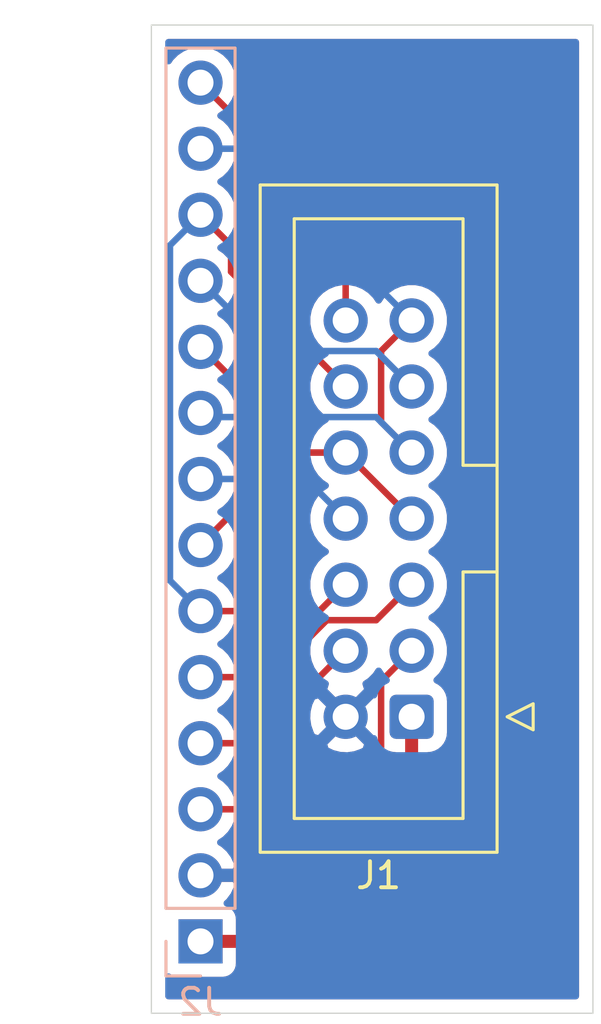
<source format=kicad_pcb>
(kicad_pcb (version 20171130) (host pcbnew "(5.1.8-0-10_14)")

  (general
    (thickness 1.6)
    (drawings 4)
    (tracks 41)
    (zones 0)
    (modules 2)
    (nets 12)
  )

  (page A4)
  (layers
    (0 F.Cu signal)
    (31 B.Cu signal)
    (32 B.Adhes user)
    (33 F.Adhes user)
    (34 B.Paste user)
    (35 F.Paste user)
    (36 B.SilkS user)
    (37 F.SilkS user)
    (38 B.Mask user)
    (39 F.Mask user)
    (40 Dwgs.User user)
    (41 Cmts.User user)
    (42 Eco1.User user)
    (43 Eco2.User user)
    (44 Edge.Cuts user)
    (45 Margin user)
    (46 B.CrtYd user)
    (47 F.CrtYd user)
    (48 B.Fab user)
    (49 F.Fab user)
  )

  (setup
    (last_trace_width 0.25)
    (trace_clearance 0.2)
    (zone_clearance 0.508)
    (zone_45_only no)
    (trace_min 0.2)
    (via_size 0.8)
    (via_drill 0.4)
    (via_min_size 0.4)
    (via_min_drill 0.3)
    (uvia_size 0.3)
    (uvia_drill 0.1)
    (uvias_allowed no)
    (uvia_min_size 0.2)
    (uvia_min_drill 0.1)
    (edge_width 0.05)
    (segment_width 0.2)
    (pcb_text_width 0.3)
    (pcb_text_size 1.5 1.5)
    (mod_edge_width 0.12)
    (mod_text_size 1 1)
    (mod_text_width 0.15)
    (pad_size 1.524 1.524)
    (pad_drill 0.762)
    (pad_to_mask_clearance 0)
    (aux_axis_origin 0 0)
    (visible_elements FFFDFF7F)
    (pcbplotparams
      (layerselection 0x010fc_ffffffff)
      (usegerberextensions false)
      (usegerberattributes true)
      (usegerberadvancedattributes true)
      (creategerberjobfile true)
      (excludeedgelayer true)
      (linewidth 0.100000)
      (plotframeref false)
      (viasonmask false)
      (mode 1)
      (useauxorigin false)
      (hpglpennumber 1)
      (hpglpenspeed 20)
      (hpglpendiameter 15.000000)
      (psnegative false)
      (psa4output false)
      (plotreference true)
      (plotvalue true)
      (plotinvisibletext false)
      (padsonsilk false)
      (subtractmaskfromsilk false)
      (outputformat 1)
      (mirror false)
      (drillshape 1)
      (scaleselection 1)
      (outputdirectory ""))
  )

  (net 0 "")
  (net 1 +5V)
  (net 2 /TFT_CS)
  (net 3 /TFT_DC)
  (net 4 /SCLK)
  (net 5 /MISO)
  (net 6 /TCH_CS)
  (net 7 GND)
  (net 8 /TFT_RST)
  (net 9 /MOSI)
  (net 10 /TFT_LED)
  (net 11 /TCH_IRQ)

  (net_class Default "This is the default net class."
    (clearance 0.2)
    (trace_width 0.25)
    (via_dia 0.8)
    (via_drill 0.4)
    (uvia_dia 0.3)
    (uvia_drill 0.1)
    (add_net /MISO)
    (add_net /MOSI)
    (add_net /SCLK)
    (add_net /TCH_CS)
    (add_net /TCH_IRQ)
    (add_net /TFT_CS)
    (add_net /TFT_DC)
    (add_net /TFT_LED)
    (add_net /TFT_RST)
  )

  (net_class Power ""
    (clearance 0.2)
    (trace_width 0.5)
    (via_dia 0.8)
    (via_drill 0.4)
    (uvia_dia 0.3)
    (uvia_drill 0.1)
    (add_net +5V)
    (add_net GND)
  )

  (module Connector_IDC:IDC-Header_2x07_P2.54mm_Vertical (layer F.Cu) (tedit 5EAC9A07) (tstamp 5FCC5CB9)
    (at 160.02 101.6 180)
    (descr "Through hole IDC box header, 2x07, 2.54mm pitch, DIN 41651 / IEC 60603-13, double rows, https://docs.google.com/spreadsheets/d/16SsEcesNF15N3Lb4niX7dcUr-NY5_MFPQhobNuNppn4/edit#gid=0")
    (tags "Through hole vertical IDC box header THT 2x07 2.54mm double row")
    (path /5FCC37ED)
    (fp_text reference J1 (at 1.27 -6.1) (layer F.SilkS)
      (effects (font (size 1 1) (thickness 0.15)))
    )
    (fp_text value Conn_02x07_Odd_Even (at 1.27 21.34) (layer F.Fab)
      (effects (font (size 1 1) (thickness 0.15)))
    )
    (fp_line (start 6.22 -5.6) (end -3.68 -5.6) (layer F.CrtYd) (width 0.05))
    (fp_line (start 6.22 20.84) (end 6.22 -5.6) (layer F.CrtYd) (width 0.05))
    (fp_line (start -3.68 20.84) (end 6.22 20.84) (layer F.CrtYd) (width 0.05))
    (fp_line (start -3.68 -5.6) (end -3.68 20.84) (layer F.CrtYd) (width 0.05))
    (fp_line (start -4.68 0.5) (end -3.68 0) (layer F.SilkS) (width 0.12))
    (fp_line (start -4.68 -0.5) (end -4.68 0.5) (layer F.SilkS) (width 0.12))
    (fp_line (start -3.68 0) (end -4.68 -0.5) (layer F.SilkS) (width 0.12))
    (fp_line (start -1.98 9.67) (end -3.29 9.67) (layer F.SilkS) (width 0.12))
    (fp_line (start -1.98 9.67) (end -1.98 9.67) (layer F.SilkS) (width 0.12))
    (fp_line (start -1.98 19.15) (end -1.98 9.67) (layer F.SilkS) (width 0.12))
    (fp_line (start 4.52 19.15) (end -1.98 19.15) (layer F.SilkS) (width 0.12))
    (fp_line (start 4.52 -3.91) (end 4.52 19.15) (layer F.SilkS) (width 0.12))
    (fp_line (start -1.98 -3.91) (end 4.52 -3.91) (layer F.SilkS) (width 0.12))
    (fp_line (start -1.98 5.57) (end -1.98 -3.91) (layer F.SilkS) (width 0.12))
    (fp_line (start -3.29 5.57) (end -1.98 5.57) (layer F.SilkS) (width 0.12))
    (fp_line (start -3.29 20.45) (end -3.29 -5.21) (layer F.SilkS) (width 0.12))
    (fp_line (start 5.83 20.45) (end -3.29 20.45) (layer F.SilkS) (width 0.12))
    (fp_line (start 5.83 -5.21) (end 5.83 20.45) (layer F.SilkS) (width 0.12))
    (fp_line (start -3.29 -5.21) (end 5.83 -5.21) (layer F.SilkS) (width 0.12))
    (fp_line (start -1.98 9.67) (end -3.18 9.67) (layer F.Fab) (width 0.1))
    (fp_line (start -1.98 9.67) (end -1.98 9.67) (layer F.Fab) (width 0.1))
    (fp_line (start -1.98 19.15) (end -1.98 9.67) (layer F.Fab) (width 0.1))
    (fp_line (start 4.52 19.15) (end -1.98 19.15) (layer F.Fab) (width 0.1))
    (fp_line (start 4.52 -3.91) (end 4.52 19.15) (layer F.Fab) (width 0.1))
    (fp_line (start -1.98 -3.91) (end 4.52 -3.91) (layer F.Fab) (width 0.1))
    (fp_line (start -1.98 5.57) (end -1.98 -3.91) (layer F.Fab) (width 0.1))
    (fp_line (start -3.18 5.57) (end -1.98 5.57) (layer F.Fab) (width 0.1))
    (fp_line (start -3.18 20.34) (end -3.18 -4.1) (layer F.Fab) (width 0.1))
    (fp_line (start 5.72 20.34) (end -3.18 20.34) (layer F.Fab) (width 0.1))
    (fp_line (start 5.72 -5.1) (end 5.72 20.34) (layer F.Fab) (width 0.1))
    (fp_line (start -2.18 -5.1) (end 5.72 -5.1) (layer F.Fab) (width 0.1))
    (fp_line (start -3.18 -4.1) (end -2.18 -5.1) (layer F.Fab) (width 0.1))
    (fp_text user %R (at 1.27 7.62 270) (layer F.Fab)
      (effects (font (size 1 1) (thickness 0.15)))
    )
    (pad 1 thru_hole roundrect (at 0 0 180) (size 1.7 1.7) (drill 1) (layers *.Cu *.Mask) (roundrect_rratio 0.147059)
      (net 1 +5V))
    (pad 3 thru_hole circle (at 0 2.54 180) (size 1.7 1.7) (drill 1) (layers *.Cu *.Mask)
      (net 2 /TFT_CS))
    (pad 5 thru_hole circle (at 0 5.08 180) (size 1.7 1.7) (drill 1) (layers *.Cu *.Mask)
      (net 3 /TFT_DC))
    (pad 7 thru_hole circle (at 0 7.62 180) (size 1.7 1.7) (drill 1) (layers *.Cu *.Mask)
      (net 4 /SCLK))
    (pad 9 thru_hole circle (at 0 10.16 180) (size 1.7 1.7) (drill 1) (layers *.Cu *.Mask)
      (net 5 /MISO))
    (pad 11 thru_hole circle (at 0 12.7 180) (size 1.7 1.7) (drill 1) (layers *.Cu *.Mask)
      (net 6 /TCH_CS))
    (pad 13 thru_hole circle (at 0 15.24 180) (size 1.7 1.7) (drill 1) (layers *.Cu *.Mask)
      (net 5 /MISO))
    (pad 2 thru_hole circle (at 2.54 0 180) (size 1.7 1.7) (drill 1) (layers *.Cu *.Mask)
      (net 7 GND))
    (pad 4 thru_hole circle (at 2.54 2.54 180) (size 1.7 1.7) (drill 1) (layers *.Cu *.Mask)
      (net 8 /TFT_RST))
    (pad 6 thru_hole circle (at 2.54 5.08 180) (size 1.7 1.7) (drill 1) (layers *.Cu *.Mask)
      (net 9 /MOSI))
    (pad 8 thru_hole circle (at 2.54 7.62 180) (size 1.7 1.7) (drill 1) (layers *.Cu *.Mask)
      (net 10 /TFT_LED))
    (pad 10 thru_hole circle (at 2.54 10.16 180) (size 1.7 1.7) (drill 1) (layers *.Cu *.Mask)
      (net 4 /SCLK))
    (pad 12 thru_hole circle (at 2.54 12.7 180) (size 1.7 1.7) (drill 1) (layers *.Cu *.Mask)
      (net 9 /MOSI))
    (pad 14 thru_hole circle (at 2.54 15.24 180) (size 1.7 1.7) (drill 1) (layers *.Cu *.Mask)
      (net 11 /TCH_IRQ))
    (model ${KISYS3DMOD}/Connector_IDC.3dshapes/IDC-Header_2x07_P2.54mm_Vertical.wrl
      (at (xyz 0 0 0))
      (scale (xyz 1 1 1))
      (rotate (xyz 0 0 0))
    )
  )

  (module Connector_PinHeader_2.54mm:PinHeader_1x14_P2.54mm_Vertical (layer B.Cu) (tedit 59FED5CC) (tstamp 5FCC5CDB)
    (at 151.892 110.236)
    (descr "Through hole straight pin header, 1x14, 2.54mm pitch, single row")
    (tags "Through hole pin header THT 1x14 2.54mm single row")
    (path /5FCC0130)
    (fp_text reference J2 (at 0 2.33) (layer B.SilkS)
      (effects (font (size 1 1) (thickness 0.15)) (justify mirror))
    )
    (fp_text value Conn_01x14_Female (at 0 -35.35) (layer B.Fab)
      (effects (font (size 1 1) (thickness 0.15)) (justify mirror))
    )
    (fp_line (start 1.8 1.8) (end -1.8 1.8) (layer B.CrtYd) (width 0.05))
    (fp_line (start 1.8 -34.8) (end 1.8 1.8) (layer B.CrtYd) (width 0.05))
    (fp_line (start -1.8 -34.8) (end 1.8 -34.8) (layer B.CrtYd) (width 0.05))
    (fp_line (start -1.8 1.8) (end -1.8 -34.8) (layer B.CrtYd) (width 0.05))
    (fp_line (start -1.33 1.33) (end 0 1.33) (layer B.SilkS) (width 0.12))
    (fp_line (start -1.33 0) (end -1.33 1.33) (layer B.SilkS) (width 0.12))
    (fp_line (start -1.33 -1.27) (end 1.33 -1.27) (layer B.SilkS) (width 0.12))
    (fp_line (start 1.33 -1.27) (end 1.33 -34.35) (layer B.SilkS) (width 0.12))
    (fp_line (start -1.33 -1.27) (end -1.33 -34.35) (layer B.SilkS) (width 0.12))
    (fp_line (start -1.33 -34.35) (end 1.33 -34.35) (layer B.SilkS) (width 0.12))
    (fp_line (start -1.27 0.635) (end -0.635 1.27) (layer B.Fab) (width 0.1))
    (fp_line (start -1.27 -34.29) (end -1.27 0.635) (layer B.Fab) (width 0.1))
    (fp_line (start 1.27 -34.29) (end -1.27 -34.29) (layer B.Fab) (width 0.1))
    (fp_line (start 1.27 1.27) (end 1.27 -34.29) (layer B.Fab) (width 0.1))
    (fp_line (start -0.635 1.27) (end 1.27 1.27) (layer B.Fab) (width 0.1))
    (fp_text user %R (at 0 -16.51 -90) (layer B.Fab)
      (effects (font (size 1 1) (thickness 0.15)) (justify mirror))
    )
    (pad 1 thru_hole rect (at 0 0) (size 1.7 1.7) (drill 1) (layers *.Cu *.Mask)
      (net 1 +5V))
    (pad 2 thru_hole oval (at 0 -2.54) (size 1.7 1.7) (drill 1) (layers *.Cu *.Mask)
      (net 7 GND))
    (pad 3 thru_hole oval (at 0 -5.08) (size 1.7 1.7) (drill 1) (layers *.Cu *.Mask)
      (net 2 /TFT_CS))
    (pad 4 thru_hole oval (at 0 -7.62) (size 1.7 1.7) (drill 1) (layers *.Cu *.Mask)
      (net 8 /TFT_RST))
    (pad 5 thru_hole oval (at 0 -10.16) (size 1.7 1.7) (drill 1) (layers *.Cu *.Mask)
      (net 3 /TFT_DC))
    (pad 6 thru_hole oval (at 0 -12.7) (size 1.7 1.7) (drill 1) (layers *.Cu *.Mask)
      (net 9 /MOSI))
    (pad 7 thru_hole oval (at 0 -15.24) (size 1.7 1.7) (drill 1) (layers *.Cu *.Mask)
      (net 4 /SCLK))
    (pad 8 thru_hole oval (at 0 -17.78) (size 1.7 1.7) (drill 1) (layers *.Cu *.Mask)
      (net 10 /TFT_LED))
    (pad 9 thru_hole oval (at 0 -20.32) (size 1.7 1.7) (drill 1) (layers *.Cu *.Mask)
      (net 5 /MISO))
    (pad 10 thru_hole oval (at 0 -22.86) (size 1.7 1.7) (drill 1) (layers *.Cu *.Mask)
      (net 4 /SCLK))
    (pad 11 thru_hole oval (at 0 -25.4) (size 1.7 1.7) (drill 1) (layers *.Cu *.Mask)
      (net 6 /TCH_CS))
    (pad 12 thru_hole oval (at 0 -27.94) (size 1.7 1.7) (drill 1) (layers *.Cu *.Mask)
      (net 9 /MOSI))
    (pad 13 thru_hole oval (at 0 -30.48) (size 1.7 1.7) (drill 1) (layers *.Cu *.Mask)
      (net 5 /MISO))
    (pad 14 thru_hole oval (at 0 -33.02) (size 1.7 1.7) (drill 1) (layers *.Cu *.Mask)
      (net 11 /TCH_IRQ))
    (model ${KISYS3DMOD}/Connector_PinSocket_2.54mm.3dshapes/PinSocket_1x14_P2.54mm_Vertical.step
      (at (xyz 0 0 0))
      (scale (xyz 1 1 1))
      (rotate (xyz 0 0 0))
    )
  )

  (gr_line (start 150 113) (end 150 75) (layer Edge.Cuts) (width 0.05) (tstamp 5FCC6166))
  (gr_line (start 167 113) (end 150 113) (layer Edge.Cuts) (width 0.05))
  (gr_line (start 167 75) (end 167 113) (layer Edge.Cuts) (width 0.05))
  (gr_line (start 150 75) (end 167 75) (layer Edge.Cuts) (width 0.05))

  (segment (start 151.892 110.236) (end 156.764 110.236) (width 0.5) (layer F.Cu) (net 1))
  (segment (start 160.02 106.98) (end 160.02 101.6) (width 0.5) (layer F.Cu) (net 1))
  (segment (start 156.764 110.236) (end 160.02 106.98) (width 0.5) (layer F.Cu) (net 1))
  (segment (start 151.892 105.156) (end 156.844 105.156) (width 0.25) (layer F.Cu) (net 2))
  (segment (start 158.84499 100.23501) (end 160.02 99.06) (width 0.25) (layer F.Cu) (net 2))
  (segment (start 158.84499 103.15501) (end 158.84499 100.23501) (width 0.25) (layer F.Cu) (net 2))
  (segment (start 156.844 105.156) (end 158.84499 103.15501) (width 0.25) (layer F.Cu) (net 2))
  (segment (start 154.560411 100.076) (end 156.751412 97.884999) (width 0.25) (layer F.Cu) (net 3))
  (segment (start 151.892 100.076) (end 154.560411 100.076) (width 0.25) (layer F.Cu) (net 3))
  (segment (start 156.751412 97.884999) (end 158.655001 97.884999) (width 0.25) (layer F.Cu) (net 3))
  (segment (start 158.655001 97.884999) (end 160.02 96.52) (width 0.25) (layer F.Cu) (net 3))
  (segment (start 160.02 93.98) (end 157.48 91.44) (width 0.25) (layer F.Cu) (net 4))
  (segment (start 155.956 91.44) (end 151.892 87.376) (width 0.25) (layer F.Cu) (net 4))
  (segment (start 157.48 91.44) (end 155.956 91.44) (width 0.25) (layer F.Cu) (net 4))
  (segment (start 155.448 91.44) (end 151.892 94.996) (width 0.25) (layer F.Cu) (net 4))
  (segment (start 157.48 91.44) (end 155.448 91.44) (width 0.25) (layer F.Cu) (net 4))
  (segment (start 158.844999 90.264999) (end 160.02 91.44) (width 0.25) (layer F.Cu) (net 5))
  (segment (start 158.844999 87.535001) (end 158.844999 90.264999) (width 0.25) (layer F.Cu) (net 5))
  (segment (start 160.02 86.36) (end 158.844999 87.535001) (width 0.25) (layer F.Cu) (net 5))
  (segment (start 152.051001 90.075001) (end 158.655001 90.075001) (width 0.25) (layer B.Cu) (net 5))
  (segment (start 158.655001 90.075001) (end 160.02 91.44) (width 0.25) (layer B.Cu) (net 5))
  (segment (start 151.892 89.916) (end 152.051001 90.075001) (width 0.25) (layer B.Cu) (net 5))
  (segment (start 153.416 79.756) (end 160.02 86.36) (width 0.25) (layer B.Cu) (net 5))
  (segment (start 151.892 79.756) (end 153.416 79.756) (width 0.25) (layer B.Cu) (net 5))
  (segment (start 158.655001 87.535001) (end 160.02 88.9) (width 0.25) (layer B.Cu) (net 6))
  (segment (start 154.591001 87.535001) (end 158.655001 87.535001) (width 0.25) (layer B.Cu) (net 6))
  (segment (start 151.892 84.836) (end 154.591001 87.535001) (width 0.25) (layer B.Cu) (net 6))
  (segment (start 153.924 102.616) (end 157.48 99.06) (width 0.25) (layer F.Cu) (net 8))
  (segment (start 151.892 102.616) (end 153.924 102.616) (width 0.25) (layer F.Cu) (net 8))
  (segment (start 151.892 97.536) (end 156.464 97.536) (width 0.25) (layer F.Cu) (net 9))
  (segment (start 156.464 97.536) (end 157.48 96.52) (width 0.25) (layer F.Cu) (net 9))
  (segment (start 153.067001 84.487001) (end 157.48 88.9) (width 0.25) (layer F.Cu) (net 9))
  (segment (start 153.067001 83.471001) (end 153.067001 84.487001) (width 0.25) (layer F.Cu) (net 9))
  (segment (start 151.892 82.296) (end 153.067001 83.471001) (width 0.25) (layer F.Cu) (net 9))
  (segment (start 150.716999 96.360999) (end 150.716999 83.471001) (width 0.25) (layer B.Cu) (net 9))
  (segment (start 150.716999 83.471001) (end 151.892 82.296) (width 0.25) (layer B.Cu) (net 9))
  (segment (start 151.892 97.536) (end 150.716999 96.360999) (width 0.25) (layer B.Cu) (net 9))
  (segment (start 155.956 92.456) (end 157.48 93.98) (width 0.25) (layer B.Cu) (net 10))
  (segment (start 151.892 92.456) (end 155.956 92.456) (width 0.25) (layer B.Cu) (net 10))
  (segment (start 157.48 82.804) (end 157.48 86.36) (width 0.25) (layer F.Cu) (net 11))
  (segment (start 151.892 77.216) (end 157.48 82.804) (width 0.25) (layer F.Cu) (net 11))

  (zone (net 7) (net_name GND) (layer F.Cu) (tstamp 0) (hatch edge 0.508)
    (connect_pads (clearance 0.508))
    (min_thickness 0.254)
    (fill yes (arc_segments 32) (thermal_gap 0.508) (thermal_bridge_width 0.508))
    (polygon
      (pts
        (xy 167 113) (xy 150 113) (xy 150 75) (xy 167 75)
      )
    )
    (filled_polygon
      (pts
        (xy 166.340001 112.34) (xy 150.66 112.34) (xy 150.66 111.593963) (xy 150.687506 111.616537) (xy 150.79782 111.675502)
        (xy 150.917518 111.711812) (xy 151.042 111.724072) (xy 152.742 111.724072) (xy 152.866482 111.711812) (xy 152.98618 111.675502)
        (xy 153.096494 111.616537) (xy 153.193185 111.537185) (xy 153.272537 111.440494) (xy 153.331502 111.33018) (xy 153.367812 111.210482)
        (xy 153.380072 111.086) (xy 153.380072 109.386) (xy 153.367812 109.261518) (xy 153.331502 109.14182) (xy 153.272537 109.031506)
        (xy 153.193185 108.934815) (xy 153.096494 108.855463) (xy 152.98618 108.796498) (xy 152.905534 108.772034) (xy 152.989588 108.696269)
        (xy 153.163641 108.46292) (xy 153.288825 108.200099) (xy 153.333476 108.05289) (xy 153.212155 107.823) (xy 152.019 107.823)
        (xy 152.019 107.843) (xy 151.765 107.843) (xy 151.765 107.823) (xy 151.745 107.823) (xy 151.745 107.569)
        (xy 151.765 107.569) (xy 151.765 107.549) (xy 152.019 107.549) (xy 152.019 107.569) (xy 153.212155 107.569)
        (xy 153.333476 107.33911) (xy 153.288825 107.191901) (xy 153.163641 106.92908) (xy 152.989588 106.695731) (xy 152.773355 106.500822)
        (xy 152.656466 106.431195) (xy 152.838632 106.309475) (xy 153.045475 106.102632) (xy 153.20799 105.859411) (xy 153.319932 105.589158)
        (xy 153.377 105.30226) (xy 153.377 105.00974) (xy 153.319932 104.722842) (xy 153.20799 104.452589) (xy 153.045475 104.209368)
        (xy 152.838632 104.002525) (xy 152.66424 103.886) (xy 152.838632 103.769475) (xy 153.045475 103.562632) (xy 153.20799 103.319411)
        (xy 153.319932 103.049158) (xy 153.377 102.76226) (xy 153.377 102.628397) (xy 156.631208 102.628397) (xy 156.708843 102.877472)
        (xy 156.972883 103.003371) (xy 157.256411 103.075339) (xy 157.548531 103.090611) (xy 157.838019 103.048599) (xy 158.113747 102.950919)
        (xy 158.251157 102.877472) (xy 158.328792 102.628397) (xy 157.48 101.779605) (xy 156.631208 102.628397) (xy 153.377 102.628397)
        (xy 153.377 102.46974) (xy 153.319932 102.182842) (xy 153.20799 101.912589) (xy 153.045475 101.669368) (xy 153.044638 101.668531)
        (xy 155.989389 101.668531) (xy 156.031401 101.958019) (xy 156.129081 102.233747) (xy 156.202528 102.371157) (xy 156.451603 102.448792)
        (xy 157.300395 101.6) (xy 156.451603 100.751208) (xy 156.202528 100.828843) (xy 156.076629 101.092883) (xy 156.004661 101.376411)
        (xy 155.989389 101.668531) (xy 153.044638 101.668531) (xy 152.838632 101.462525) (xy 152.66424 101.346) (xy 152.838632 101.229475)
        (xy 153.045475 101.022632) (xy 153.20799 100.779411) (xy 153.319932 100.509158) (xy 153.377 100.22226) (xy 153.377 99.92974)
        (xy 153.319932 99.642842) (xy 153.20799 99.372589) (xy 153.045475 99.129368) (xy 152.838632 98.922525) (xy 152.66424 98.806)
        (xy 152.838632 98.689475) (xy 153.045475 98.482632) (xy 153.20799 98.239411) (xy 153.319932 97.969158) (xy 153.377 97.68226)
        (xy 153.377 97.38974) (xy 153.319932 97.102842) (xy 153.20799 96.832589) (xy 153.045475 96.589368) (xy 152.838632 96.382525)
        (xy 152.66424 96.266) (xy 152.838632 96.149475) (xy 153.045475 95.942632) (xy 153.20799 95.699411) (xy 153.319932 95.429158)
        (xy 153.377 95.14226) (xy 153.377 94.84974) (xy 153.319932 94.562842) (xy 153.20799 94.292589) (xy 153.045475 94.049368)
        (xy 152.838632 93.842525) (xy 152.66424 93.726) (xy 152.838632 93.609475) (xy 153.045475 93.402632) (xy 153.20799 93.159411)
        (xy 153.319932 92.889158) (xy 153.377 92.60226) (xy 153.377 92.30974) (xy 153.319932 92.022842) (xy 153.20799 91.752589)
        (xy 153.045475 91.509368) (xy 152.838632 91.302525) (xy 152.66424 91.186) (xy 152.838632 91.069475) (xy 153.045475 90.862632)
        (xy 153.20799 90.619411) (xy 153.319932 90.349158) (xy 153.377 90.06226) (xy 153.377 89.76974) (xy 153.319932 89.482842)
        (xy 153.20799 89.212589) (xy 153.045475 88.969368) (xy 152.838632 88.762525) (xy 152.66424 88.646) (xy 152.838632 88.529475)
        (xy 153.045475 88.322632) (xy 153.20799 88.079411) (xy 153.319932 87.809158) (xy 153.377 87.52226) (xy 153.377 87.22974)
        (xy 153.319932 86.942842) (xy 153.20799 86.672589) (xy 153.045475 86.429368) (xy 152.838632 86.222525) (xy 152.825485 86.21374)
        (xy 155.995 86.21374) (xy 155.995 86.50626) (xy 156.052068 86.793158) (xy 156.16401 87.063411) (xy 156.326525 87.306632)
        (xy 156.533368 87.513475) (xy 156.70776 87.63) (xy 156.533368 87.746525) (xy 156.326525 87.953368) (xy 156.16401 88.196589)
        (xy 156.052068 88.466842) (xy 155.995 88.75374) (xy 155.995 89.04626) (xy 156.052068 89.333158) (xy 156.16401 89.603411)
        (xy 156.326525 89.846632) (xy 156.533368 90.053475) (xy 156.70776 90.17) (xy 156.533368 90.286525) (xy 156.326525 90.493368)
        (xy 156.16401 90.736589) (xy 156.052068 91.006842) (xy 155.995 91.29374) (xy 155.995 91.58626) (xy 156.052068 91.873158)
        (xy 156.16401 92.143411) (xy 156.326525 92.386632) (xy 156.533368 92.593475) (xy 156.70776 92.71) (xy 156.533368 92.826525)
        (xy 156.326525 93.033368) (xy 156.16401 93.276589) (xy 156.052068 93.546842) (xy 155.995 93.83374) (xy 155.995 94.12626)
        (xy 156.052068 94.413158) (xy 156.16401 94.683411) (xy 156.326525 94.926632) (xy 156.533368 95.133475) (xy 156.70776 95.25)
        (xy 156.533368 95.366525) (xy 156.326525 95.573368) (xy 156.16401 95.816589) (xy 156.052068 96.086842) (xy 155.995 96.37374)
        (xy 155.995 96.66626) (xy 156.052068 96.953158) (xy 156.16401 97.223411) (xy 156.326525 97.466632) (xy 156.533368 97.673475)
        (xy 156.70776 97.79) (xy 156.533368 97.906525) (xy 156.326525 98.113368) (xy 156.16401 98.356589) (xy 156.052068 98.626842)
        (xy 155.995 98.91374) (xy 155.995 99.20626) (xy 156.052068 99.493158) (xy 156.16401 99.763411) (xy 156.326525 100.006632)
        (xy 156.533368 100.213475) (xy 156.706729 100.329311) (xy 156.631208 100.571603) (xy 157.48 101.420395) (xy 158.328792 100.571603)
        (xy 158.253271 100.329311) (xy 158.426632 100.213475) (xy 158.633475 100.006632) (xy 158.75 99.83224) (xy 158.866525 100.006632)
        (xy 159.053608 100.193715) (xy 158.926614 100.261595) (xy 158.792038 100.372038) (xy 158.681595 100.506614) (xy 158.599528 100.66015)
        (xy 158.56642 100.769293) (xy 158.508397 100.751208) (xy 157.659605 101.6) (xy 158.508397 102.448792) (xy 158.56642 102.430707)
        (xy 158.599528 102.53985) (xy 158.681595 102.693386) (xy 158.792038 102.827962) (xy 158.926614 102.938405) (xy 159.08015 103.020472)
        (xy 159.246746 103.071008) (xy 159.42 103.088072) (xy 160.62 103.088072) (xy 160.793254 103.071008) (xy 160.95985 103.020472)
        (xy 161.113386 102.938405) (xy 161.247962 102.827962) (xy 161.358405 102.693386) (xy 161.440472 102.53985) (xy 161.491008 102.373254)
        (xy 161.508072 102.2) (xy 161.508072 101) (xy 161.491008 100.826746) (xy 161.440472 100.66015) (xy 161.358405 100.506614)
        (xy 161.247962 100.372038) (xy 161.113386 100.261595) (xy 160.986392 100.193715) (xy 161.173475 100.006632) (xy 161.33599 99.763411)
        (xy 161.447932 99.493158) (xy 161.505 99.20626) (xy 161.505 98.91374) (xy 161.447932 98.626842) (xy 161.33599 98.356589)
        (xy 161.173475 98.113368) (xy 160.966632 97.906525) (xy 160.79224 97.79) (xy 160.966632 97.673475) (xy 161.173475 97.466632)
        (xy 161.33599 97.223411) (xy 161.447932 96.953158) (xy 161.505 96.66626) (xy 161.505 96.37374) (xy 161.447932 96.086842)
        (xy 161.33599 95.816589) (xy 161.173475 95.573368) (xy 160.966632 95.366525) (xy 160.79224 95.25) (xy 160.966632 95.133475)
        (xy 161.173475 94.926632) (xy 161.33599 94.683411) (xy 161.447932 94.413158) (xy 161.505 94.12626) (xy 161.505 93.83374)
        (xy 161.447932 93.546842) (xy 161.33599 93.276589) (xy 161.173475 93.033368) (xy 160.966632 92.826525) (xy 160.79224 92.71)
        (xy 160.966632 92.593475) (xy 161.173475 92.386632) (xy 161.33599 92.143411) (xy 161.447932 91.873158) (xy 161.505 91.58626)
        (xy 161.505 91.29374) (xy 161.447932 91.006842) (xy 161.33599 90.736589) (xy 161.173475 90.493368) (xy 160.966632 90.286525)
        (xy 160.79224 90.17) (xy 160.966632 90.053475) (xy 161.173475 89.846632) (xy 161.33599 89.603411) (xy 161.447932 89.333158)
        (xy 161.505 89.04626) (xy 161.505 88.75374) (xy 161.447932 88.466842) (xy 161.33599 88.196589) (xy 161.173475 87.953368)
        (xy 160.966632 87.746525) (xy 160.79224 87.63) (xy 160.966632 87.513475) (xy 161.173475 87.306632) (xy 161.33599 87.063411)
        (xy 161.447932 86.793158) (xy 161.505 86.50626) (xy 161.505 86.21374) (xy 161.447932 85.926842) (xy 161.33599 85.656589)
        (xy 161.173475 85.413368) (xy 160.966632 85.206525) (xy 160.723411 85.04401) (xy 160.453158 84.932068) (xy 160.16626 84.875)
        (xy 159.87374 84.875) (xy 159.586842 84.932068) (xy 159.316589 85.04401) (xy 159.073368 85.206525) (xy 158.866525 85.413368)
        (xy 158.75 85.58776) (xy 158.633475 85.413368) (xy 158.426632 85.206525) (xy 158.183411 85.04401) (xy 157.913158 84.932068)
        (xy 157.62626 84.875) (xy 157.33374 84.875) (xy 157.046842 84.932068) (xy 156.776589 85.04401) (xy 156.533368 85.206525)
        (xy 156.326525 85.413368) (xy 156.16401 85.656589) (xy 156.052068 85.926842) (xy 155.995 86.21374) (xy 152.825485 86.21374)
        (xy 152.66424 86.106) (xy 152.838632 85.989475) (xy 153.045475 85.782632) (xy 153.20799 85.539411) (xy 153.319932 85.269158)
        (xy 153.377 84.98226) (xy 153.377 84.68974) (xy 153.319932 84.402842) (xy 153.20799 84.132589) (xy 153.045475 83.889368)
        (xy 152.838632 83.682525) (xy 152.66424 83.566) (xy 152.838632 83.449475) (xy 153.045475 83.242632) (xy 153.20799 82.999411)
        (xy 153.319932 82.729158) (xy 153.377 82.44226) (xy 153.377 82.14974) (xy 153.319932 81.862842) (xy 153.20799 81.592589)
        (xy 153.045475 81.349368) (xy 152.838632 81.142525) (xy 152.66424 81.026) (xy 152.838632 80.909475) (xy 153.045475 80.702632)
        (xy 153.20799 80.459411) (xy 153.319932 80.189158) (xy 153.377 79.90226) (xy 153.377 79.60974) (xy 153.319932 79.322842)
        (xy 153.20799 79.052589) (xy 153.045475 78.809368) (xy 152.838632 78.602525) (xy 152.66424 78.486) (xy 152.838632 78.369475)
        (xy 153.045475 78.162632) (xy 153.20799 77.919411) (xy 153.319932 77.649158) (xy 153.377 77.36226) (xy 153.377 77.06974)
        (xy 153.319932 76.782842) (xy 153.20799 76.512589) (xy 153.045475 76.269368) (xy 152.838632 76.062525) (xy 152.595411 75.90001)
        (xy 152.325158 75.788068) (xy 152.03826 75.731) (xy 151.74574 75.731) (xy 151.458842 75.788068) (xy 151.188589 75.90001)
        (xy 150.945368 76.062525) (xy 150.738525 76.269368) (xy 150.66 76.386889) (xy 150.66 75.66) (xy 166.34 75.66)
      )
    )
  )
  (zone (net 7) (net_name GND) (layer B.Cu) (tstamp 0) (hatch edge 0.508)
    (connect_pads (clearance 0.508))
    (min_thickness 0.254)
    (fill yes (arc_segments 32) (thermal_gap 0.508) (thermal_bridge_width 0.508))
    (polygon
      (pts
        (xy 167 113) (xy 150 113) (xy 150 75) (xy 167 75)
      )
    )
    (filled_polygon
      (pts
        (xy 166.340001 112.34) (xy 150.66 112.34) (xy 150.66 111.593963) (xy 150.687506 111.616537) (xy 150.79782 111.675502)
        (xy 150.917518 111.711812) (xy 151.042 111.724072) (xy 152.742 111.724072) (xy 152.866482 111.711812) (xy 152.98618 111.675502)
        (xy 153.096494 111.616537) (xy 153.193185 111.537185) (xy 153.272537 111.440494) (xy 153.331502 111.33018) (xy 153.367812 111.210482)
        (xy 153.380072 111.086) (xy 153.380072 109.386) (xy 153.367812 109.261518) (xy 153.331502 109.14182) (xy 153.272537 109.031506)
        (xy 153.193185 108.934815) (xy 153.096494 108.855463) (xy 152.98618 108.796498) (xy 152.905534 108.772034) (xy 152.989588 108.696269)
        (xy 153.163641 108.46292) (xy 153.288825 108.200099) (xy 153.333476 108.05289) (xy 153.212155 107.823) (xy 152.019 107.823)
        (xy 152.019 107.843) (xy 151.765 107.843) (xy 151.765 107.823) (xy 151.745 107.823) (xy 151.745 107.569)
        (xy 151.765 107.569) (xy 151.765 107.549) (xy 152.019 107.549) (xy 152.019 107.569) (xy 153.212155 107.569)
        (xy 153.333476 107.33911) (xy 153.288825 107.191901) (xy 153.163641 106.92908) (xy 152.989588 106.695731) (xy 152.773355 106.500822)
        (xy 152.656466 106.431195) (xy 152.838632 106.309475) (xy 153.045475 106.102632) (xy 153.20799 105.859411) (xy 153.319932 105.589158)
        (xy 153.377 105.30226) (xy 153.377 105.00974) (xy 153.319932 104.722842) (xy 153.20799 104.452589) (xy 153.045475 104.209368)
        (xy 152.838632 104.002525) (xy 152.66424 103.886) (xy 152.838632 103.769475) (xy 153.045475 103.562632) (xy 153.20799 103.319411)
        (xy 153.319932 103.049158) (xy 153.377 102.76226) (xy 153.377 102.628397) (xy 156.631208 102.628397) (xy 156.708843 102.877472)
        (xy 156.972883 103.003371) (xy 157.256411 103.075339) (xy 157.548531 103.090611) (xy 157.838019 103.048599) (xy 158.113747 102.950919)
        (xy 158.251157 102.877472) (xy 158.328792 102.628397) (xy 157.48 101.779605) (xy 156.631208 102.628397) (xy 153.377 102.628397)
        (xy 153.377 102.46974) (xy 153.319932 102.182842) (xy 153.20799 101.912589) (xy 153.045475 101.669368) (xy 153.044638 101.668531)
        (xy 155.989389 101.668531) (xy 156.031401 101.958019) (xy 156.129081 102.233747) (xy 156.202528 102.371157) (xy 156.451603 102.448792)
        (xy 157.300395 101.6) (xy 156.451603 100.751208) (xy 156.202528 100.828843) (xy 156.076629 101.092883) (xy 156.004661 101.376411)
        (xy 155.989389 101.668531) (xy 153.044638 101.668531) (xy 152.838632 101.462525) (xy 152.66424 101.346) (xy 152.838632 101.229475)
        (xy 153.045475 101.022632) (xy 153.20799 100.779411) (xy 153.319932 100.509158) (xy 153.377 100.22226) (xy 153.377 99.92974)
        (xy 153.319932 99.642842) (xy 153.20799 99.372589) (xy 153.045475 99.129368) (xy 152.838632 98.922525) (xy 152.66424 98.806)
        (xy 152.838632 98.689475) (xy 153.045475 98.482632) (xy 153.20799 98.239411) (xy 153.319932 97.969158) (xy 153.377 97.68226)
        (xy 153.377 97.38974) (xy 153.319932 97.102842) (xy 153.20799 96.832589) (xy 153.045475 96.589368) (xy 152.838632 96.382525)
        (xy 152.66424 96.266) (xy 152.838632 96.149475) (xy 153.045475 95.942632) (xy 153.20799 95.699411) (xy 153.319932 95.429158)
        (xy 153.377 95.14226) (xy 153.377 94.84974) (xy 153.319932 94.562842) (xy 153.20799 94.292589) (xy 153.045475 94.049368)
        (xy 152.838632 93.842525) (xy 152.66424 93.726) (xy 152.838632 93.609475) (xy 153.045475 93.402632) (xy 153.20799 93.159411)
        (xy 153.319932 92.889158) (xy 153.377 92.60226) (xy 153.377 92.30974) (xy 153.319932 92.022842) (xy 153.20799 91.752589)
        (xy 153.045475 91.509368) (xy 152.838632 91.302525) (xy 152.66424 91.186) (xy 152.838632 91.069475) (xy 153.045475 90.862632)
        (xy 153.20799 90.619411) (xy 153.319932 90.349158) (xy 153.377 90.06226) (xy 153.377 89.76974) (xy 153.319932 89.482842)
        (xy 153.20799 89.212589) (xy 153.045475 88.969368) (xy 152.838632 88.762525) (xy 152.66424 88.646) (xy 152.838632 88.529475)
        (xy 153.045475 88.322632) (xy 153.20799 88.079411) (xy 153.319932 87.809158) (xy 153.377 87.52226) (xy 153.377 87.22974)
        (xy 153.319932 86.942842) (xy 153.20799 86.672589) (xy 153.045475 86.429368) (xy 152.838632 86.222525) (xy 152.825485 86.21374)
        (xy 155.995 86.21374) (xy 155.995 86.50626) (xy 156.052068 86.793158) (xy 156.16401 87.063411) (xy 156.326525 87.306632)
        (xy 156.533368 87.513475) (xy 156.70776 87.63) (xy 156.533368 87.746525) (xy 156.326525 87.953368) (xy 156.16401 88.196589)
        (xy 156.052068 88.466842) (xy 155.995 88.75374) (xy 155.995 89.04626) (xy 156.052068 89.333158) (xy 156.16401 89.603411)
        (xy 156.326525 89.846632) (xy 156.533368 90.053475) (xy 156.70776 90.17) (xy 156.533368 90.286525) (xy 156.326525 90.493368)
        (xy 156.16401 90.736589) (xy 156.052068 91.006842) (xy 155.995 91.29374) (xy 155.995 91.58626) (xy 156.052068 91.873158)
        (xy 156.16401 92.143411) (xy 156.326525 92.386632) (xy 156.533368 92.593475) (xy 156.70776 92.71) (xy 156.533368 92.826525)
        (xy 156.326525 93.033368) (xy 156.16401 93.276589) (xy 156.052068 93.546842) (xy 155.995 93.83374) (xy 155.995 94.12626)
        (xy 156.052068 94.413158) (xy 156.16401 94.683411) (xy 156.326525 94.926632) (xy 156.533368 95.133475) (xy 156.70776 95.25)
        (xy 156.533368 95.366525) (xy 156.326525 95.573368) (xy 156.16401 95.816589) (xy 156.052068 96.086842) (xy 155.995 96.37374)
        (xy 155.995 96.66626) (xy 156.052068 96.953158) (xy 156.16401 97.223411) (xy 156.326525 97.466632) (xy 156.533368 97.673475)
        (xy 156.70776 97.79) (xy 156.533368 97.906525) (xy 156.326525 98.113368) (xy 156.16401 98.356589) (xy 156.052068 98.626842)
        (xy 155.995 98.91374) (xy 155.995 99.20626) (xy 156.052068 99.493158) (xy 156.16401 99.763411) (xy 156.326525 100.006632)
        (xy 156.533368 100.213475) (xy 156.706729 100.329311) (xy 156.631208 100.571603) (xy 157.48 101.420395) (xy 158.328792 100.571603)
        (xy 158.253271 100.329311) (xy 158.426632 100.213475) (xy 158.633475 100.006632) (xy 158.75 99.83224) (xy 158.866525 100.006632)
        (xy 159.053608 100.193715) (xy 158.926614 100.261595) (xy 158.792038 100.372038) (xy 158.681595 100.506614) (xy 158.599528 100.66015)
        (xy 158.56642 100.769293) (xy 158.508397 100.751208) (xy 157.659605 101.6) (xy 158.508397 102.448792) (xy 158.56642 102.430707)
        (xy 158.599528 102.53985) (xy 158.681595 102.693386) (xy 158.792038 102.827962) (xy 158.926614 102.938405) (xy 159.08015 103.020472)
        (xy 159.246746 103.071008) (xy 159.42 103.088072) (xy 160.62 103.088072) (xy 160.793254 103.071008) (xy 160.95985 103.020472)
        (xy 161.113386 102.938405) (xy 161.247962 102.827962) (xy 161.358405 102.693386) (xy 161.440472 102.53985) (xy 161.491008 102.373254)
        (xy 161.508072 102.2) (xy 161.508072 101) (xy 161.491008 100.826746) (xy 161.440472 100.66015) (xy 161.358405 100.506614)
        (xy 161.247962 100.372038) (xy 161.113386 100.261595) (xy 160.986392 100.193715) (xy 161.173475 100.006632) (xy 161.33599 99.763411)
        (xy 161.447932 99.493158) (xy 161.505 99.20626) (xy 161.505 98.91374) (xy 161.447932 98.626842) (xy 161.33599 98.356589)
        (xy 161.173475 98.113368) (xy 160.966632 97.906525) (xy 160.79224 97.79) (xy 160.966632 97.673475) (xy 161.173475 97.466632)
        (xy 161.33599 97.223411) (xy 161.447932 96.953158) (xy 161.505 96.66626) (xy 161.505 96.37374) (xy 161.447932 96.086842)
        (xy 161.33599 95.816589) (xy 161.173475 95.573368) (xy 160.966632 95.366525) (xy 160.79224 95.25) (xy 160.966632 95.133475)
        (xy 161.173475 94.926632) (xy 161.33599 94.683411) (xy 161.447932 94.413158) (xy 161.505 94.12626) (xy 161.505 93.83374)
        (xy 161.447932 93.546842) (xy 161.33599 93.276589) (xy 161.173475 93.033368) (xy 160.966632 92.826525) (xy 160.79224 92.71)
        (xy 160.966632 92.593475) (xy 161.173475 92.386632) (xy 161.33599 92.143411) (xy 161.447932 91.873158) (xy 161.505 91.58626)
        (xy 161.505 91.29374) (xy 161.447932 91.006842) (xy 161.33599 90.736589) (xy 161.173475 90.493368) (xy 160.966632 90.286525)
        (xy 160.79224 90.17) (xy 160.966632 90.053475) (xy 161.173475 89.846632) (xy 161.33599 89.603411) (xy 161.447932 89.333158)
        (xy 161.505 89.04626) (xy 161.505 88.75374) (xy 161.447932 88.466842) (xy 161.33599 88.196589) (xy 161.173475 87.953368)
        (xy 160.966632 87.746525) (xy 160.79224 87.63) (xy 160.966632 87.513475) (xy 161.173475 87.306632) (xy 161.33599 87.063411)
        (xy 161.447932 86.793158) (xy 161.505 86.50626) (xy 161.505 86.21374) (xy 161.447932 85.926842) (xy 161.33599 85.656589)
        (xy 161.173475 85.413368) (xy 160.966632 85.206525) (xy 160.723411 85.04401) (xy 160.453158 84.932068) (xy 160.16626 84.875)
        (xy 159.87374 84.875) (xy 159.586842 84.932068) (xy 159.316589 85.04401) (xy 159.073368 85.206525) (xy 158.866525 85.413368)
        (xy 158.75 85.58776) (xy 158.633475 85.413368) (xy 158.426632 85.206525) (xy 158.183411 85.04401) (xy 157.913158 84.932068)
        (xy 157.62626 84.875) (xy 157.33374 84.875) (xy 157.046842 84.932068) (xy 156.776589 85.04401) (xy 156.533368 85.206525)
        (xy 156.326525 85.413368) (xy 156.16401 85.656589) (xy 156.052068 85.926842) (xy 155.995 86.21374) (xy 152.825485 86.21374)
        (xy 152.66424 86.106) (xy 152.838632 85.989475) (xy 153.045475 85.782632) (xy 153.20799 85.539411) (xy 153.319932 85.269158)
        (xy 153.377 84.98226) (xy 153.377 84.68974) (xy 153.319932 84.402842) (xy 153.20799 84.132589) (xy 153.045475 83.889368)
        (xy 152.838632 83.682525) (xy 152.66424 83.566) (xy 152.838632 83.449475) (xy 153.045475 83.242632) (xy 153.20799 82.999411)
        (xy 153.319932 82.729158) (xy 153.377 82.44226) (xy 153.377 82.14974) (xy 153.319932 81.862842) (xy 153.20799 81.592589)
        (xy 153.045475 81.349368) (xy 152.838632 81.142525) (xy 152.66424 81.026) (xy 152.838632 80.909475) (xy 153.045475 80.702632)
        (xy 153.20799 80.459411) (xy 153.319932 80.189158) (xy 153.377 79.90226) (xy 153.377 79.60974) (xy 153.319932 79.322842)
        (xy 153.20799 79.052589) (xy 153.045475 78.809368) (xy 152.838632 78.602525) (xy 152.66424 78.486) (xy 152.838632 78.369475)
        (xy 153.045475 78.162632) (xy 153.20799 77.919411) (xy 153.319932 77.649158) (xy 153.377 77.36226) (xy 153.377 77.06974)
        (xy 153.319932 76.782842) (xy 153.20799 76.512589) (xy 153.045475 76.269368) (xy 152.838632 76.062525) (xy 152.595411 75.90001)
        (xy 152.325158 75.788068) (xy 152.03826 75.731) (xy 151.74574 75.731) (xy 151.458842 75.788068) (xy 151.188589 75.90001)
        (xy 150.945368 76.062525) (xy 150.738525 76.269368) (xy 150.66 76.386889) (xy 150.66 75.66) (xy 166.34 75.66)
      )
    )
  )
)

</source>
